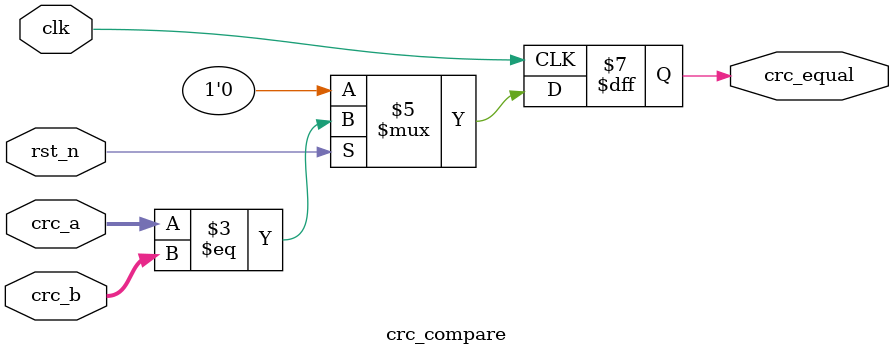
<source format=sv>
module crc_compare #(
    parameter WIDTH = 8
)(
    input wire clk,
    input wire rst_n,
    input wire [WIDTH-1:0] crc_a,
    input wire [WIDTH-1:0] crc_b,
    output reg crc_equal
);

    always @(posedge clk) begin
        if (!rst_n)
            crc_equal <= 1'b0;
        else
            crc_equal <= (crc_a == crc_b);
    end

endmodule

</source>
